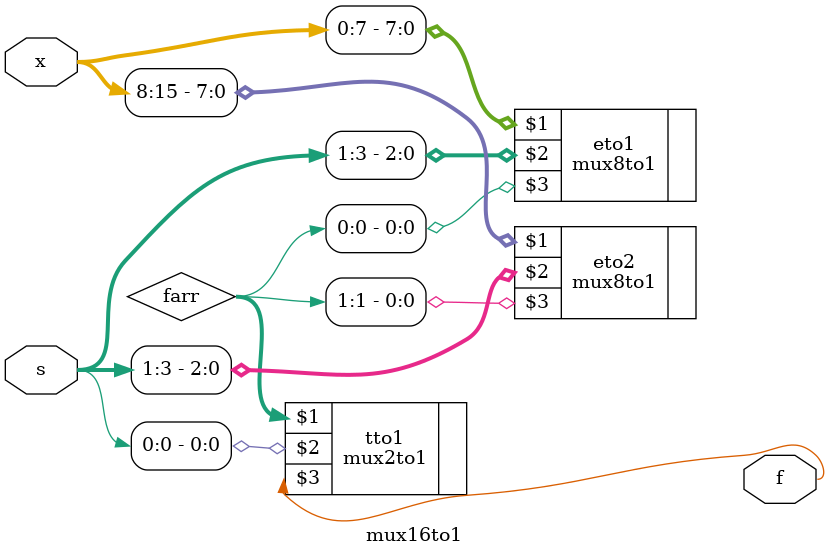
<source format=v>
module mux16to1(x, s, f);
    input [0:15]x;
    input [0:3]s;
    output f;
    wire [0:1]farr;
    mux8to1 eto1(x[0:7], s[1:3], farr[0]);
    mux8to1 eto2(x[8:15], s[1:3], farr[1]);
    mux2to1 tto1(farr, s[0], f);
endmodule
</source>
